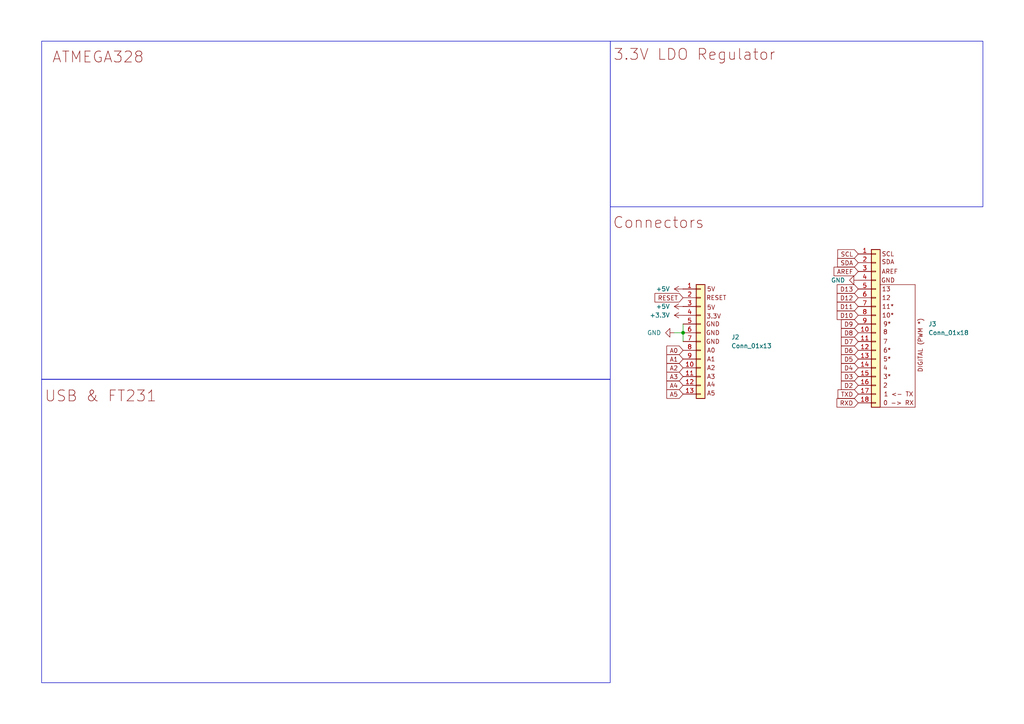
<source format=kicad_sch>
(kicad_sch (version 20250114) (generator "eeschema") (generator_version "9.0")
  (paper "A4")
  (lib_symbols
    (symbol "InspireFly_ARD-Workshop-Symlib:Conn_01x13" (pin_names (offset 1.016) (hide yes))
      (property "Reference" "J" (at 0 17.78 0))
      (property "Value" "Conn_01x13" (at 0 -17.78 0))
      (symbol "Conn_01x13_1_1"
        (rectangle (start -1.27 16.51) (end 1.27 -16.51) (stroke (width 0.254)) (fill (type background)))
        (rectangle (start -1.27 15.367) (end 0 15.113) (stroke (width 0.1524)))
        (rectangle (start -1.27 12.827) (end 0 12.573) (stroke (width 0.1524)))
        (rectangle (start -1.27 10.287) (end 0 10.033) (stroke (width 0.1524)))
        (rectangle (start -1.27 7.747) (end 0 7.493) (stroke (width 0.1524)))
        (rectangle (start -1.27 5.207) (end 0 4.953) (stroke (width 0.1524)))
        (rectangle (start -1.27 2.667) (end 0 2.413) (stroke (width 0.1524)))
        (rectangle (start -1.27 0.127) (end 0 -0.127) (stroke (width 0.1524)))
        (rectangle (start -1.27 -2.413) (end 0 -2.667) (stroke (width 0.1524)))
        (rectangle (start -1.27 -4.953) (end 0 -5.207) (stroke (width 0.1524)))
        (rectangle (start -1.27 -7.493) (end 0 -7.747) (stroke (width 0.1524)))
        (rectangle (start -1.27 -10.033) (end 0 -10.287) (stroke (width 0.1524)))
        (rectangle (start -1.27 -12.573) (end 0 -12.827) (stroke (width 0.1524)))
        (rectangle (start -1.27 -15.113) (end 0 -15.367) (stroke (width 0.1524)))
        (text "5V" (at 3.048 15.24 0) (effects (font (size 1.27 1.27))))
        (text "5V" (at 3.048 9.906 0) (effects (font (size 1.27 1.27))))
        (text "A0" (at 3.048 -2.54 0) (effects (font (size 1.27 1.27))))
        (text "A1" (at 3.048 -5.08 0) (effects (font (size 1.27 1.27))))
        (text "A2" (at 3.048 -7.62 0) (effects (font (size 1.27 1.27))))
        (text "A3" (at 3.048 -10.16 0) (effects (font (size 1.27 1.27))))
        (text "A4" (at 3.048 -12.446 0) (effects (font (size 1.27 1.27))))
        (text "A5" (at 3.048 -14.986 0) (effects (font (size 1.27 1.27))))
        (text "GND" (at 3.556 5.08 0) (effects (font (size 1.27 1.27))))
        (text "GND\n" (at 3.556 2.54 0) (effects (font (size 1.27 1.27))))
        (text "GND\n" (at 3.556 0 0) (effects (font (size 1.27 1.27))))
        (text "3.3V" (at 3.81 7.366 0) (effects (font (size 1.27 1.27))))
        (text "RESET" (at 4.572 12.7 0) (effects (font (size 1.27 1.27))))
        (pin passive line (at -5.08 15.24 0) (length 3.81) (name "Pin_1") (number "1"))
        (pin passive line (at -5.08 12.7 0) (length 3.81) (name "Pin_2") (number "2"))
        (pin passive line (at -5.08 10.16 0) (length 3.81) (name "Pin_3") (number "3"))
        (pin passive line (at -5.08 7.62 0) (length 3.81) (name "Pin_4") (number "4"))
        (pin passive line (at -5.08 5.08 0) (length 3.81) (name "Pin_5") (number "5"))
        (pin passive line (at -5.08 2.54 0) (length 3.81) (name "Pin_6") (number "6"))
        (pin passive line (at -5.08 0 0) (length 3.81) (name "Pin_7") (number "7"))
        (pin passive line (at -5.08 -2.54 0) (length 3.81) (name "Pin_8") (number "8"))
        (pin passive line (at -5.08 -5.08 0) (length 3.81) (name "Pin_9") (number "9"))
        (pin passive line (at -5.08 -7.62 0) (length 3.81) (name "Pin_10") (number "10"))
        (pin passive line (at -5.08 -10.16 0) (length 3.81) (name "Pin_11") (number "11"))
        (pin passive line (at -5.08 -12.7 0) (length 3.81) (name "Pin_12") (number "12"))
        (pin passive line (at -5.08 -15.24 0) (length 3.81) (name "Pin_13") (number "13"))
      )
    )
    (symbol "InspireFly_ARD-Workshop-Symlib:Conn_01x18" (pin_names (offset 1.016) (hide yes))
      (property "Reference" "J" (at 0 22.86 0))
      (property "Value" "Conn_01x18" (at 0 -25.4 0))
      (symbol "Conn_01x18_0_1"
        (polyline (pts (xy 1.27 11.43) (xy 11.43 11.43)))
        (polyline (pts (xy 1.27 -24.13) (xy 11.43 -24.13)))
        (polyline (pts (xy 11.43 11.43) (xy 11.43 -24.13)))
      )
      (symbol "Conn_01x18_1_1"
        (rectangle (start -1.27 21.59) (end 1.27 -24.13) (stroke (width 0.254)) (fill (type background)))
        (rectangle (start -1.27 20.447) (end 0 20.193) (stroke (width 0.1524)))
        (rectangle (start -1.27 17.907) (end 0 17.653) (stroke (width 0.1524)))
        (rectangle (start -1.27 15.367) (end 0 15.113) (stroke (width 0.1524)))
        (rectangle (start -1.27 12.827) (end 0 12.573) (stroke (width 0.1524)))
        (rectangle (start -1.27 10.287) (end 0 10.033) (stroke (width 0.1524)))
        (rectangle (start -1.27 7.747) (end 0 7.493) (stroke (width 0.1524)))
        (rectangle (start -1.27 5.207) (end 0 4.953) (stroke (width 0.1524)))
        (rectangle (start -1.27 2.667) (end 0 2.413) (stroke (width 0.1524)))
        (rectangle (start -1.27 0.127) (end 0 -0.127) (stroke (width 0.1524)))
        (rectangle (start -1.27 -2.413) (end 0 -2.667) (stroke (width 0.1524)))
        (rectangle (start -1.27 -4.953) (end 0 -5.207) (stroke (width 0.1524)))
        (rectangle (start -1.27 -7.493) (end 0 -7.747) (stroke (width 0.1524)))
        (rectangle (start -1.27 -10.033) (end 0 -10.287) (stroke (width 0.1524)))
        (rectangle (start -1.27 -12.573) (end 0 -12.827) (stroke (width 0.1524)))
        (rectangle (start -1.27 -15.113) (end 0 -15.367) (stroke (width 0.1524)))
        (rectangle (start -1.27 -17.653) (end 0 -17.907) (stroke (width 0.1524)))
        (rectangle (start -1.27 -20.193) (end 0 -20.447) (stroke (width 0.1524)))
        (rectangle (start -1.27 -22.733) (end 0 -22.987) (stroke (width 0.1524)))
        (text "8" (at 2.794 -2.286 0) (effects (font (size 1.27 1.27))))
        (text "7" (at 2.794 -5.08 0) (effects (font (size 1.27 1.27))))
        (text "4" (at 2.794 -12.7 0) (effects (font (size 1.27 1.27))))
        (text "2" (at 2.794 -17.78 0) (effects (font (size 1.27 1.27))))
        (text "13" (at 3.048 10.16 0) (effects (font (size 1.27 1.27))))
        (text "12" (at 3.048 7.62 0) (effects (font (size 1.27 1.27))))
        (text "9*" (at 3.302 0 0) (effects (font (size 1.27 1.27))))
        (text "6*" (at 3.302 -7.62 0) (effects (font (size 1.27 1.27))))
        (text "5*" (at 3.302 -10.16 0) (effects (font (size 1.27 1.27))))
        (text "3*" (at 3.302 -15.24 0) (effects (font (size 1.27 1.27))))
        (text "SCL" (at 3.556 20.32 0) (effects (font (size 1.27 1.27))))
        (text "SDA" (at 3.556 18.034 0) (effects (font (size 1.27 1.27))))
        (text "GND" (at 3.556 12.7 0) (effects (font (size 1.27 1.27))))
        (text "11*" (at 3.556 5.08 0) (effects (font (size 1.27 1.27))))
        (text "10*" (at 3.556 2.54 0) (effects (font (size 1.27 1.27))))
        (text "AREF" (at 4.064 15.24 0) (effects (font (size 1.27 1.27))))
        (text "1 <- TX" (at 6.604 -20.32 0) (effects (font (size 1.27 1.27))))
        (text "0 -> RX" (at 6.604 -22.86 0) (effects (font (size 1.27 1.27))))
        (text "DIGITAL (PWM *)" (at 12.954 -6.096 900) (effects (font (size 1.27 1.27))))
        (pin passive line (at -5.08 20.32 0) (length 3.81) (name "Pin_1") (number "1"))
        (pin passive line (at -5.08 17.78 0) (length 3.81) (name "Pin_2") (number "2"))
        (pin passive line (at -5.08 15.24 0) (length 3.81) (name "Pin_3") (number "3"))
        (pin passive line (at -5.08 12.7 0) (length 3.81) (name "Pin_4") (number "4"))
        (pin passive line (at -5.08 10.16 0) (length 3.81) (name "Pin_5") (number "5"))
        (pin passive line (at -5.08 7.62 0) (length 3.81) (name "Pin_6") (number "6"))
        (pin passive line (at -5.08 5.08 0) (length 3.81) (name "Pin_7") (number "7"))
        (pin passive line (at -5.08 2.54 0) (length 3.81) (name "Pin_8") (number "8"))
        (pin passive line (at -5.08 0 0) (length 3.81) (name "Pin_9") (number "9"))
        (pin passive line (at -5.08 -2.54 0) (length 3.81) (name "Pin_10") (number "10"))
        (pin passive line (at -5.08 -5.08 0) (length 3.81) (name "Pin_11") (number "11"))
        (pin passive line (at -5.08 -7.62 0) (length 3.81) (name "Pin_12") (number "12"))
        (pin passive line (at -5.08 -10.16 0) (length 3.81) (name "Pin_13") (number "13"))
        (pin passive line (at -5.08 -12.7 0) (length 3.81) (name "Pin_14") (number "14"))
        (pin passive line (at -5.08 -15.24 0) (length 3.81) (name "Pin_15") (number "15"))
        (pin passive line (at -5.08 -17.78 0) (length 3.81) (name "Pin_16") (number "16"))
        (pin passive line (at -5.08 -20.32 0) (length 3.81) (name "Pin_17") (number "17"))
        (pin passive line (at -5.08 -22.86 0) (length 3.81) (name "Pin_18") (number "18"))
      )
    )
    (symbol "power:+3.3V" (power) (pin_numbers (hide yes)) (pin_names (offset 0) (hide yes))
      (property "Value" "+3.3V" (at 0 3.556 0))
      (symbol "+3.3V_0_1"
        (polyline (pts (xy -0.762 1.27) (xy 0 2.54)))
        (polyline (pts (xy 0 2.54) (xy 0.762 1.27)))
        (polyline (pts (xy 0 0) (xy 0 2.54)))
      )
      (symbol "+3.3V_1_1"
        (pin power_in line (at 0 0 90) (length 0) (name "~") (number "1"))
      )
    )
    (symbol "power:+5V" (power) (pin_numbers (hide yes)) (pin_names (offset 0) (hide yes))
      (property "Value" "+5V" (at 0 3.556 0))
      (symbol "+5V_0_1"
        (polyline (pts (xy -0.762 1.27) (xy 0 2.54)))
        (polyline (pts (xy 0 2.54) (xy 0.762 1.27)))
        (polyline (pts (xy 0 0) (xy 0 2.54)))
      )
      (symbol "+5V_1_1"
        (pin power_in line (at 0 0 90) (length 0) (name "~") (number "1"))
      )
    )
    (symbol "power:GND" (power) (pin_numbers (hide yes)) (pin_names (offset 0) (hide yes))
      (property "Value" "GND" (at 0 -3.81 0))
      (symbol "GND_0_1"
        (polyline (pts (xy 0 0) (xy 0 -1.27) (xy 1.27 -1.27) (xy 0 -2.54) (xy -1.27 -1.27) (xy 0 -1.27)))
      )
      (symbol "GND_1_1"
        (pin power_in line (at 0 0 270) (length 0) (name "~") (number "1"))
      )
    )
  )
  (rectangle (start 12.0675 109.978) (end 176.9868 198.0193))
  (rectangle (start 12.083 11.9423) (end 177.0023 110.0584))
  (rectangle (start 177.0102 11.9423) (end 285.087 59.984))
  (text "3.3V LDO Regulator" (at 201.422 16.002 0) (effects (font (size 3.175 3.175))))
  (text "ATMEGA328" (at 28.448 16.764 0) (effects (font (size 3.175 3.175))))
  (text "USB & FT231" (at 29.21 115.062 0) (effects (font (size 3.175 3.175))))
  (text "Connectors" (at 191.008 64.77 0) (effects (font (size 3.175 3.175))))
  (junction (at 198.12 96.52))
  (wire (pts (xy 198.12 96.52) (xy 198.12 99.06)))
  (wire (pts (xy 198.12 93.98) (xy 198.12 96.52)))
  (wire (pts (xy 195.58 96.52) (xy 198.12 96.52)))
  (global_label "D12" (shape input) (at 248.92 86.36 180) (property "Intersheetrefs" "${INTERSHEET_REFS}" (effects (hide yes))))
  (global_label "D2" (shape input) (at 248.92 111.76 180) (property "Intersheetrefs" "${INTERSHEET_REFS}" (effects (hide yes))))
  (global_label "TXD" (shape input) (at 248.92 114.3 180) (property "Intersheetrefs" "${INTERSHEET_REFS}" (effects (hide yes))))
  (global_label "A0" (shape input) (at 198.12 101.6 180) (property "Intersheetrefs" "${INTERSHEET_REFS}" (effects (hide yes))))
  (global_label "D8" (shape input) (at 248.92 96.52 180) (property "Intersheetrefs" "${INTERSHEET_REFS}" (effects (hide yes))))
  (global_label "A1" (shape input) (at 198.12 104.14 180) (property "Intersheetrefs" "${INTERSHEET_REFS}" (effects (hide yes))))
  (global_label "D10" (shape input) (at 248.92 91.44 180) (property "Intersheetrefs" "${INTERSHEET_REFS}" (effects (hide yes))))
  (global_label "D6" (shape input) (at 248.92 101.6 180) (property "Intersheetrefs" "${INTERSHEET_REFS}" (effects (hide yes))))
  (global_label "RXD" (shape input) (at 248.92 116.84 180) (property "Intersheetrefs" "${INTERSHEET_REFS}" (effects (hide yes))))
  (global_label "D4" (shape input) (at 248.92 106.68 180) (property "Intersheetrefs" "${INTERSHEET_REFS}" (effects (hide yes))))
  (global_label "SDA" (shape input) (at 248.92 76.2 180) (property "Intersheetrefs" "${INTERSHEET_REFS}" (effects (hide yes))))
  (global_label "D5" (shape input) (at 248.92 104.14 180) (property "Intersheetrefs" "${INTERSHEET_REFS}" (effects (hide yes))))
  (global_label "D13" (shape input) (at 248.92 83.82 180) (property "Intersheetrefs" "${INTERSHEET_REFS}" (effects (hide yes))))
  (global_label "A2" (shape input) (at 198.12 106.68 180) (property "Intersheetrefs" "${INTERSHEET_REFS}" (effects (hide yes))))
  (global_label "SCL" (shape input) (at 248.92 73.66 180) (property "Intersheetrefs" "${INTERSHEET_REFS}" (effects (hide yes))))
  (global_label "A5" (shape input) (at 198.12 114.3 180) (property "Intersheetrefs" "${INTERSHEET_REFS}" (effects (hide yes))))
  (global_label "RESET" (shape input) (at 198.12 86.36 180) (property "Intersheetrefs" "${INTERSHEET_REFS}" (effects (hide yes))))
  (global_label "D3" (shape input) (at 248.92 109.22 180) (property "Intersheetrefs" "${INTERSHEET_REFS}" (effects (hide yes))))
  (global_label "D7" (shape input) (at 248.92 99.06 180) (property "Intersheetrefs" "${INTERSHEET_REFS}" (effects (hide yes))))
  (global_label "AREF" (shape input) (at 248.92 78.74 180) (property "Intersheetrefs" "${INTERSHEET_REFS}" (effects (hide yes))))
  (global_label "A4" (shape input) (at 198.12 111.76 180) (property "Intersheetrefs" "${INTERSHEET_REFS}" (effects (hide yes))))
  (global_label "A3" (shape input) (at 198.12 109.22 180) (property "Intersheetrefs" "${INTERSHEET_REFS}" (effects (hide yes))))
  (global_label "D11" (shape input) (at 248.92 88.9 180) (property "Intersheetrefs" "${INTERSHEET_REFS}" (effects (hide yes))))
  (global_label "D9" (shape input) (at 248.92 93.98 180) (property "Intersheetrefs" "${INTERSHEET_REFS}" (effects (hide yes))))
  (symbol (lib_id "power:GND") (at 248.92 81.28 270) (unit 1)
    (property "Reference" "#PWR028" (effects (hide yes)))
    (property "Value" "GND" (at 245.11 81.2799 90) (effects (justify right)))
    (property "Description" "Power symbol creates a global label with name \"GND\" , ground" (effects (hide yes)))
  )
  (symbol (lib_id "power:+5V") (at 198.12 83.82 90) (unit 1)
    (property "Reference" "#PWR024" (effects (hide yes)))
    (property "Value" "+5V" (at 194.31 83.8199 90) (effects (justify left)))
    (property "Description" "Power symbol creates a global label with name \"+5V\"" (effects (hide yes)))
  )
  (symbol (lib_id "power:+3.3V") (at 198.12 91.44 90) (unit 1)
    (property "Reference" "#PWR026" (effects (hide yes)))
    (property "Value" "+3.3V" (at 194.31 91.4399 90) (effects (justify left)))
    (property "Description" "Power symbol creates a global label with name \"+3.3V\"" (effects (hide yes)))
  )
  (symbol (lib_id "InspireFly_ARD-Workshop-Symlib:Conn_01x18") (at 254 93.98 0) (unit 1)
    (property "Reference" "J3" (at 269.24 93.9799 0) (effects (justify left)))
    (property "Value" "Conn_01x18" (at 269.24 96.5199 0) (effects (justify left)))
    (property "Footprint" "InspireFly_ARD-Workshop-FtpLib:PinHeader_1x18_P2.54mm_Vertical" (effects (hide yes)))
    (property "Description" "Generic connector, single row, 01x18, script generated (kicad-library-utils/schlib/autogen/connector/)" (effects (hide yes)))
  )
  (symbol (lib_id "power:+5V") (at 198.12 88.9 90) (unit 1)
    (property "Reference" "#PWR025" (effects (hide yes)))
    (property "Value" "+5V" (at 194.31 88.8999 90) (effects (justify left)))
    (property "Description" "Power symbol creates a global label with name \"+5V\"" (effects (hide yes)))
  )
  (symbol (lib_id "power:GND") (at 195.58 96.52 270) (unit 1)
    (property "Reference" "#PWR023" (effects (hide yes)))
    (property "Value" "GND" (at 191.77 96.5199 90) (effects (justify right)))
    (property "Description" "Power symbol creates a global label with name \"GND\" , ground" (effects (hide yes)))
  )
  (symbol (lib_id "InspireFly_ARD-Workshop-Symlib:Conn_01x13") (at 203.2 99.06 0) (unit 1)
    (property "Reference" "J2" (at 212.09 97.7899 0) (effects (justify left)))
    (property "Value" "Conn_01x13" (at 212.09 100.3299 0) (effects (justify left)))
    (property "Footprint" "InspireFly_ARD-Workshop-FtpLib:PinHeader_1x13_P2.54mm_Vertical" (effects (hide yes)))
    (property "Description" "Generic connector, single row, 01x13, script generated (kicad-library-utils/schlib/autogen/connector/)" (effects (hide yes)))
  )
)
</source>
